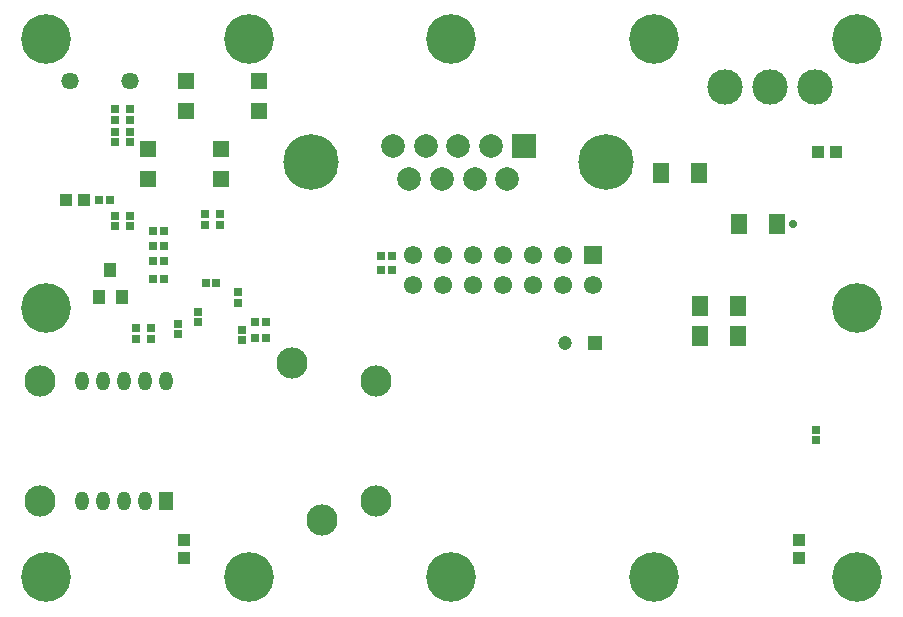
<source format=gbs>
%FSLAX44Y44*%
%MOMM*%
G71*
G01*
G75*
G04 Layer_Color=16711935*
%ADD10R,0.6000X0.5000*%
%ADD11R,1.6000X1.2000*%
%ADD12R,0.5000X0.6000*%
%ADD13R,2.6200X3.5100*%
%ADD14O,2.0320X0.6096*%
%ADD15R,2.0320X0.6096*%
%ADD16R,1.2000X1.2500*%
%ADD17R,2.4000X1.2500*%
G04:AMPARAMS|DCode=18|XSize=1.5mm|YSize=1.4mm|CornerRadius=0mm|HoleSize=0mm|Usage=FLASHONLY|Rotation=45.000|XOffset=0mm|YOffset=0mm|HoleType=Round|Shape=Rectangle|*
%AMROTATEDRECTD18*
4,1,4,-0.0354,-1.0253,-1.0253,-0.0354,0.0354,1.0253,1.0253,0.0354,-0.0354,-1.0253,0.0*
%
%ADD18ROTATEDRECTD18*%

%ADD19R,1.2000X1.2000*%
%ADD20R,2.4000X0.8000*%
%ADD21R,5.0000X5.3000*%
%ADD22R,0.2000X0.8000*%
%ADD23R,0.1990X0.8000*%
%ADD24R,0.8000X0.2000*%
%ADD25R,0.8000X0.1990*%
%ADD26R,3.7000X3.7000*%
%ADD27R,0.8128X0.8128*%
%ADD28C,1.0000*%
%ADD29R,1.2954X1.6002*%
%ADD30R,0.7600X1.5600*%
%ADD31R,1.0668X0.8128*%
%ADD32R,1.2000X1.6000*%
G04:AMPARAMS|DCode=33|XSize=1.5mm|YSize=1.4mm|CornerRadius=0mm|HoleSize=0mm|Usage=FLASHONLY|Rotation=135.000|XOffset=0mm|YOffset=0mm|HoleType=Round|Shape=Rectangle|*
%AMROTATEDRECTD33*
4,1,4,1.0253,-0.0354,0.0354,-1.0253,-1.0253,0.0354,-0.0354,1.0253,1.0253,-0.0354,0.0*
%
%ADD33ROTATEDRECTD33*%

%ADD34R,1.1000X0.5000*%
%ADD35R,0.8890X1.0160*%
%ADD36R,1.3970X1.3970*%
%ADD37R,1.2000X1.4000*%
%ADD38R,1.2500X1.2000*%
%ADD39R,1.2500X2.4000*%
%ADD40R,0.8000X2.4000*%
%ADD41R,5.3000X5.0000*%
G04:AMPARAMS|DCode=42|XSize=2.4mm|YSize=2.8mm|CornerRadius=0mm|HoleSize=0mm|Usage=FLASHONLY|Rotation=135.000|XOffset=0mm|YOffset=0mm|HoleType=Round|Shape=Rectangle|*
%AMROTATEDRECTD42*
4,1,4,1.8385,0.1414,-0.1414,-1.8385,-1.8385,-0.1414,0.1414,1.8385,1.8385,0.1414,0.0*
%
%ADD42ROTATEDRECTD42*%

%ADD43C,0.2540*%
%ADD44C,0.1780*%
%ADD45C,0.6000*%
%ADD46C,4.1200*%
%ADD47C,0.4000*%
%ADD48C,0.3000*%
%ADD49C,0.2000*%
%ADD50C,0.2543*%
%ADD51C,1.0000*%
%ADD52C,0.1270*%
%ADD53C,0.8000*%
%ADD54C,0.1800*%
%ADD55C,1.2540*%
%ADD56C,2.8000*%
%ADD57C,4.5000*%
%ADD58C,1.8000*%
%ADD59R,1.8000X1.8000*%
G04:AMPARAMS|DCode=60|XSize=4mm|YSize=4mm|CornerRadius=2mm|HoleSize=0mm|Usage=FLASHONLY|Rotation=0.000|XOffset=0mm|YOffset=0mm|HoleType=Round|Shape=RoundedRectangle|*
%AMROUNDEDRECTD60*
21,1,4.0000,0.0000,0,0,0.0*
21,1,0.0000,4.0000,0,0,0.0*
1,1,4.0000,0.0000,0.0000*
1,1,4.0000,0.0000,0.0000*
1,1,4.0000,0.0000,0.0000*
1,1,4.0000,0.0000,0.0000*
%
%ADD60ROUNDEDRECTD60*%
%ADD61R,1.0000X1.0000*%
%ADD62C,1.3500*%
%ADD63R,1.3500X1.3500*%
%ADD64C,2.5400*%
%ADD65O,1.0160X1.5240*%
%ADD66R,1.0668X1.5240*%
%ADD67C,0.5000*%
%ADD68R,1.0729X7.6713*%
%ADD69C,2.0000*%
%ADD70R,8.9783X5.0800*%
%ADD71R,0.8128X0.8128*%
%ADD72R,0.8128X1.0668*%
%ADD73C,3.0000*%
%ADD74C,1.6000*%
%ADD75R,9.1983X4.5380*%
%ADD76C,0.1200*%
%ADD77C,0.1999*%
%ADD78C,0.1250*%
%ADD79C,0.1524*%
%ADD80C,0.2032*%
%ADD81R,0.8032X0.7032*%
%ADD82R,1.8032X1.4032*%
%ADD83R,0.7032X0.8032*%
%ADD84R,2.8232X3.7132*%
%ADD85O,2.2352X0.8128*%
%ADD86R,2.2352X0.8128*%
%ADD87R,1.4032X1.4532*%
%ADD88R,2.6032X1.4532*%
G04:AMPARAMS|DCode=89|XSize=1.7032mm|YSize=1.6032mm|CornerRadius=0mm|HoleSize=0mm|Usage=FLASHONLY|Rotation=45.000|XOffset=0mm|YOffset=0mm|HoleType=Round|Shape=Rectangle|*
%AMROTATEDRECTD89*
4,1,4,-0.0354,-1.1690,-1.1690,-0.0354,0.0354,1.1690,1.1690,0.0354,-0.0354,-1.1690,0.0*
%
%ADD89ROTATEDRECTD89*%

%ADD90R,1.4032X1.4032*%
%ADD91R,2.6032X1.0032*%
%ADD92R,5.2032X5.5032*%
%ADD93R,0.3000X0.9000*%
%ADD94R,0.2990X0.9000*%
%ADD95R,0.9000X0.3000*%
%ADD96R,0.9000X0.2990*%
%ADD97R,0.9000X0.2990*%
%ADD98R,0.9000X0.3000*%
%ADD99R,3.8000X3.8000*%
%ADD100R,1.0160X1.0160*%
%ADD101C,1.2032*%
%ADD102R,1.4986X1.8034*%
%ADD103R,0.9632X1.7632*%
%ADD104R,1.2700X1.0160*%
%ADD105R,1.4032X1.8032*%
G04:AMPARAMS|DCode=106|XSize=1.7032mm|YSize=1.6032mm|CornerRadius=0mm|HoleSize=0mm|Usage=FLASHONLY|Rotation=135.000|XOffset=0mm|YOffset=0mm|HoleType=Round|Shape=Rectangle|*
%AMROTATEDRECTD106*
4,1,4,1.1690,-0.0354,0.0354,-1.1690,-1.1690,0.0354,-0.0354,1.1690,1.1690,-0.0354,0.0*
%
%ADD106ROTATEDRECTD106*%

%ADD107R,1.3032X0.7032*%
%ADD108R,1.0922X1.2192*%
%ADD109R,1.6002X1.6002*%
%ADD110R,1.4032X1.6032*%
%ADD111R,1.4532X1.4032*%
%ADD112R,1.4532X2.6032*%
%ADD113R,1.0032X2.6032*%
%ADD114R,5.5032X5.2032*%
G04:AMPARAMS|DCode=115|XSize=2.6032mm|YSize=3.0032mm|CornerRadius=0mm|HoleSize=0mm|Usage=FLASHONLY|Rotation=135.000|XOffset=0mm|YOffset=0mm|HoleType=Round|Shape=Rectangle|*
%AMROTATEDRECTD115*
4,1,4,1.9822,0.1414,-0.1414,-1.9822,-1.9822,-0.1414,0.1414,1.9822,1.9822,0.1414,0.0*
%
%ADD115ROTATEDRECTD115*%

%ADD116C,1.4572*%
%ADD117C,3.0032*%
%ADD118C,4.7032*%
%ADD119C,2.0032*%
%ADD120R,2.0032X2.0032*%
G04:AMPARAMS|DCode=121|XSize=4.2032mm|YSize=4.2032mm|CornerRadius=2.1016mm|HoleSize=0mm|Usage=FLASHONLY|Rotation=0.000|XOffset=0mm|YOffset=0mm|HoleType=Round|Shape=RoundedRectangle|*
%AMROUNDEDRECTD121*
21,1,4.2032,0.0000,0,0,0.0*
21,1,0.0000,4.2032,0,0,0.0*
1,1,4.2032,0.0000,0.0000*
1,1,4.2032,0.0000,0.0000*
1,1,4.2032,0.0000,0.0000*
1,1,4.2032,0.0000,0.0000*
%
%ADD121ROUNDEDRECTD121*%
%ADD122R,1.2032X1.2032*%
%ADD123C,1.5532*%
%ADD124R,1.5532X1.5532*%
%ADD125C,2.6400*%
%ADD126O,1.1160X1.6240*%
%ADD127R,1.1668X1.6240*%
%ADD128C,0.7032*%
%ADD129R,1.0160X1.0160*%
%ADD130R,1.0160X1.2700*%
D81*
X80010Y418520D02*
D03*
Y409520D02*
D03*
X92806Y418520D02*
D03*
Y409520D02*
D03*
Y399470D02*
D03*
Y390470D02*
D03*
X80010Y399470D02*
D03*
Y390470D02*
D03*
X150266Y247070D02*
D03*
Y238070D02*
D03*
X97790Y233100D02*
D03*
Y224100D02*
D03*
X110490D02*
D03*
Y233100D02*
D03*
X184150Y263580D02*
D03*
Y254580D02*
D03*
X133886Y227910D02*
D03*
Y236910D02*
D03*
X187960Y222830D02*
D03*
Y231830D02*
D03*
X673850Y138077D02*
D03*
Y147077D02*
D03*
X92710Y319350D02*
D03*
Y328350D02*
D03*
X156210Y320620D02*
D03*
Y329620D02*
D03*
X168910Y320620D02*
D03*
Y329620D02*
D03*
X80010Y319350D02*
D03*
Y328350D02*
D03*
D83*
X121340Y314960D02*
D03*
X112340D02*
D03*
X121340Y289560D02*
D03*
X112340D02*
D03*
X121340Y302260D02*
D03*
X112340D02*
D03*
X121340Y274320D02*
D03*
X112340D02*
D03*
X314380Y294520D02*
D03*
X305380D02*
D03*
X314380Y281940D02*
D03*
X305380D02*
D03*
X165790Y271051D02*
D03*
X156790D02*
D03*
X66620Y341630D02*
D03*
X75620D02*
D03*
X207700Y224790D02*
D03*
X198700D02*
D03*
X207700Y238600D02*
D03*
X198700D02*
D03*
D90*
X139910Y416568D02*
D03*
Y441968D02*
D03*
X201910D02*
D03*
Y416568D02*
D03*
X108180Y359418D02*
D03*
Y384818D02*
D03*
X170180D02*
D03*
Y359418D02*
D03*
D100*
X675640Y382270D02*
D03*
X690880D02*
D03*
X54030Y341630D02*
D03*
X38790D02*
D03*
D101*
X461010Y220411D02*
D03*
D105*
X575820Y251460D02*
D03*
X607820D02*
D03*
X640840Y321310D02*
D03*
X608840D02*
D03*
X575820Y226045D02*
D03*
X607820D02*
D03*
X542180Y364170D02*
D03*
X574180D02*
D03*
D116*
X41910Y441919D02*
D03*
X92710Y441919D02*
D03*
D117*
X596900Y436880D02*
D03*
X635000D02*
D03*
X673100D02*
D03*
D118*
X245890Y373380D02*
D03*
X495790D02*
D03*
D119*
X329290Y359180D02*
D03*
X356990D02*
D03*
X384690D02*
D03*
X412390D02*
D03*
X315440Y387580D02*
D03*
X343140D02*
D03*
X370840D02*
D03*
X398540D02*
D03*
D120*
X426240D02*
D03*
D121*
X536500Y478000D02*
D03*
X708000Y22000D02*
D03*
X536500D02*
D03*
X365000D02*
D03*
X193500D02*
D03*
X22000D02*
D03*
X193500Y478000D02*
D03*
X708000D02*
D03*
X365000D02*
D03*
X22000Y250000D02*
D03*
X708000D02*
D03*
X22000Y478000D02*
D03*
D122*
X486410Y220411D02*
D03*
D123*
X459740Y269240D02*
D03*
Y294640D02*
D03*
X408940D02*
D03*
Y269240D02*
D03*
X434340Y294640D02*
D03*
X383540D02*
D03*
Y269240D02*
D03*
X485140D02*
D03*
X434340D02*
D03*
X358140D02*
D03*
Y294640D02*
D03*
X332740Y269240D02*
D03*
Y294640D02*
D03*
D124*
X485140D02*
D03*
D125*
X229871Y203834D02*
D03*
X16511Y187960D02*
D03*
X255271Y70486D02*
D03*
X16511Y86359D02*
D03*
X300989Y187959D02*
D03*
X300991Y86359D02*
D03*
D126*
X123189Y187961D02*
D03*
X105409Y187960D02*
D03*
X87629Y187959D02*
D03*
X69849Y187960D02*
D03*
X52071D02*
D03*
X52070Y86360D02*
D03*
X69849D02*
D03*
X87631D02*
D03*
X105411D02*
D03*
D127*
X123191D02*
D03*
D128*
X653877Y321310D02*
D03*
D129*
X138430Y53340D02*
D03*
Y38100D02*
D03*
X659130Y53340D02*
D03*
Y38100D02*
D03*
D130*
X76251Y282443D02*
D03*
X66713Y259507D02*
D03*
X85788D02*
D03*
M02*

</source>
